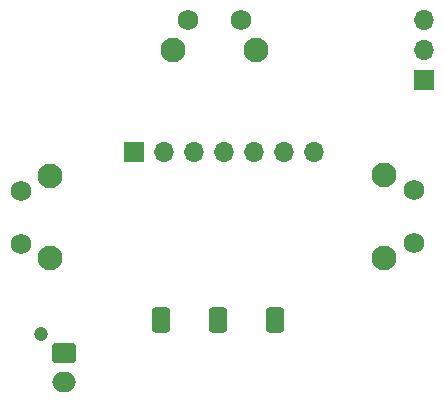
<source format=gbr>
%TF.GenerationSoftware,KiCad,Pcbnew,(6.0.0)*%
%TF.CreationDate,2022-01-15T14:34:17+01:00*%
%TF.ProjectId,bike_pixel_m,62696b65-5f70-4697-9865-6c5f6d2e6b69,v0.5*%
%TF.SameCoordinates,Original*%
%TF.FileFunction,Soldermask,Bot*%
%TF.FilePolarity,Negative*%
%FSLAX46Y46*%
G04 Gerber Fmt 4.6, Leading zero omitted, Abs format (unit mm)*
G04 Created by KiCad (PCBNEW (6.0.0)) date 2022-01-15 14:34:17*
%MOMM*%
%LPD*%
G01*
G04 APERTURE LIST*
G04 Aperture macros list*
%AMRoundRect*
0 Rectangle with rounded corners*
0 $1 Rounding radius*
0 $2 $3 $4 $5 $6 $7 $8 $9 X,Y pos of 4 corners*
0 Add a 4 corners polygon primitive as box body*
4,1,4,$2,$3,$4,$5,$6,$7,$8,$9,$2,$3,0*
0 Add four circle primitives for the rounded corners*
1,1,$1+$1,$2,$3*
1,1,$1+$1,$4,$5*
1,1,$1+$1,$6,$7*
1,1,$1+$1,$8,$9*
0 Add four rect primitives between the rounded corners*
20,1,$1+$1,$2,$3,$4,$5,0*
20,1,$1+$1,$4,$5,$6,$7,0*
20,1,$1+$1,$6,$7,$8,$9,0*
20,1,$1+$1,$8,$9,$2,$3,0*%
G04 Aperture macros list end*
%ADD10R,1.700000X1.700000*%
%ADD11O,1.700000X1.700000*%
%ADD12C,2.100000*%
%ADD13C,1.750000*%
%ADD14RoundRect,0.400000X-0.400000X-0.700000X0.400000X-0.700000X0.400000X0.700000X-0.400000X0.700000X0*%
%ADD15C,1.200000*%
%ADD16RoundRect,0.250000X-0.750000X0.600000X-0.750000X-0.600000X0.750000X-0.600000X0.750000X0.600000X0*%
%ADD17O,2.000000X1.700000*%
G04 APERTURE END LIST*
D10*
%TO.C,J3*%
X156975000Y-87900000D03*
D11*
X156975000Y-85360000D03*
X156975000Y-82820000D03*
%TD*%
D12*
%TO.C,SW2*%
X135750000Y-85352500D03*
X142760000Y-85352500D03*
D13*
X137000000Y-82862500D03*
X141500000Y-82862500D03*
%TD*%
D14*
%TO.C,SW1*%
X134750000Y-108220000D03*
X139550000Y-108220000D03*
X144350000Y-108220000D03*
%TD*%
D12*
%TO.C,SW3*%
X125340000Y-96015000D03*
X125340000Y-103025000D03*
D13*
X122850000Y-101775000D03*
X122850000Y-97275000D03*
%TD*%
D15*
%TO.C,J1*%
X124525000Y-109418000D03*
D16*
X126525000Y-111018000D03*
D17*
X126525000Y-113518000D03*
%TD*%
D10*
%TO.C,J2*%
X132400000Y-93975000D03*
D11*
X134940000Y-93975000D03*
X137480000Y-93975000D03*
X140020000Y-93975000D03*
X142560000Y-93975000D03*
X145100000Y-93975000D03*
X147640000Y-93975000D03*
%TD*%
D12*
%TO.C,SW4*%
X153610000Y-102985000D03*
X153610000Y-95975000D03*
D13*
X156100000Y-97225000D03*
X156100000Y-101725000D03*
%TD*%
M02*

</source>
